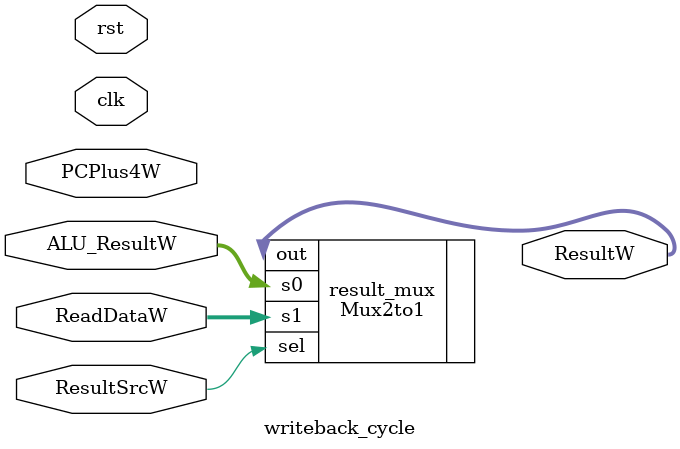
<source format=v>

module writeback_cycle(clk, rst, ResultSrcW, PCPlus4W, ALU_ResultW, ReadDataW, ResultW);

// Declaration of IOs
input clk, rst, ResultSrcW;
input [31:0] PCPlus4W, ALU_ResultW, ReadDataW;

output [31:0] ResultW;

// Declaration of Module
Mux2to1 result_mux (    
                .s0(ALU_ResultW),
                .s1(ReadDataW),
                .sel(ResultSrcW),
                .out(ResultW)
                );
endmodule
</source>
